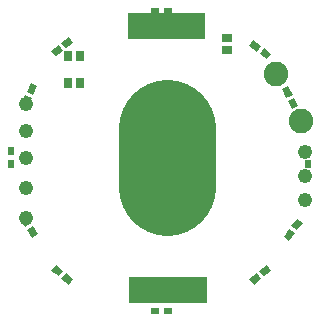
<source format=gbs>
G04 EAGLE Gerber RS-274X export*
G75*
%MOMM*%
%FSLAX34Y34*%
%LPD*%
%INBottom Soldermask*%
%IPPOS*%
%AMOC8*
5,1,8,0,0,1.08239X$1,22.5*%
G01*
%ADD10R,3.378200X2.235200*%
%ADD11C,8.203200*%
%ADD12R,0.903200X0.803200*%
%ADD13R,0.800000X0.600000*%
%ADD14R,0.600000X0.800000*%
%ADD15R,0.803200X0.903200*%
%ADD16C,1.219200*%
%ADD17C,2.082800*%


D10*
X130810Y256540D03*
D11*
X147320Y169780D02*
X147320Y119780D01*
D10*
X163830Y33020D03*
X162560Y256540D03*
X132080Y33020D03*
D12*
X198120Y246300D03*
X198120Y236300D03*
D13*
G36*
X223061Y234717D02*
X216657Y239509D01*
X220251Y244313D01*
X226655Y239521D01*
X223061Y234717D01*
G37*
G36*
X231869Y228127D02*
X225465Y232919D01*
X229059Y237723D01*
X235463Y232931D01*
X231869Y228127D01*
G37*
G36*
X32495Y195439D02*
X28926Y188280D01*
X23557Y190957D01*
X27126Y198116D01*
X32495Y195439D01*
G37*
G36*
X37403Y205283D02*
X33834Y198124D01*
X28465Y200801D01*
X32034Y207960D01*
X37403Y205283D01*
G37*
G36*
X59085Y235472D02*
X52781Y230548D01*
X49087Y235276D01*
X55391Y240200D01*
X59085Y235472D01*
G37*
G36*
X67753Y242244D02*
X61449Y237320D01*
X57755Y242048D01*
X64059Y246972D01*
X67753Y242244D01*
G37*
X136740Y269240D03*
X147740Y269240D03*
G36*
X248106Y195584D02*
X244537Y202743D01*
X249906Y205420D01*
X253475Y198261D01*
X248106Y195584D01*
G37*
G36*
X253014Y185740D02*
X249445Y192899D01*
X254814Y195576D01*
X258383Y188417D01*
X253014Y185740D01*
G37*
D14*
X266700Y150280D03*
X266700Y139280D03*
D13*
G36*
X252497Y86819D02*
X257289Y93223D01*
X262093Y89629D01*
X257301Y83225D01*
X252497Y86819D01*
G37*
G36*
X245907Y78011D02*
X250699Y84415D01*
X255503Y80821D01*
X250711Y74417D01*
X245907Y78011D01*
G37*
G36*
X225355Y49000D02*
X231597Y54001D01*
X235349Y49318D01*
X229107Y44317D01*
X225355Y49000D01*
G37*
G36*
X216771Y42122D02*
X223013Y47123D01*
X226765Y42440D01*
X220523Y37439D01*
X216771Y42122D01*
G37*
X147740Y15240D03*
X136740Y15240D03*
G36*
X61467Y47123D02*
X67709Y42122D01*
X63957Y37439D01*
X57715Y42440D01*
X61467Y47123D01*
G37*
G36*
X52883Y54001D02*
X59125Y49000D01*
X55373Y44317D01*
X49131Y49318D01*
X52883Y54001D01*
G37*
G36*
X33808Y86776D02*
X38247Y80121D01*
X33256Y76792D01*
X28817Y83447D01*
X33808Y86776D01*
G37*
G36*
X27704Y95928D02*
X32143Y89273D01*
X27152Y85944D01*
X22713Y92599D01*
X27704Y95928D01*
G37*
D14*
X15240Y139280D03*
X15240Y150280D03*
D15*
X63580Y208280D03*
X73580Y208280D03*
X63580Y231140D03*
X73580Y231140D03*
D16*
X264160Y109220D03*
X27940Y190500D03*
X27940Y119380D03*
X264160Y129540D03*
X27940Y93980D03*
X264160Y149860D03*
D17*
X260999Y176144D03*
X239011Y215649D03*
D16*
X27940Y144780D03*
X27940Y167640D03*
M02*

</source>
